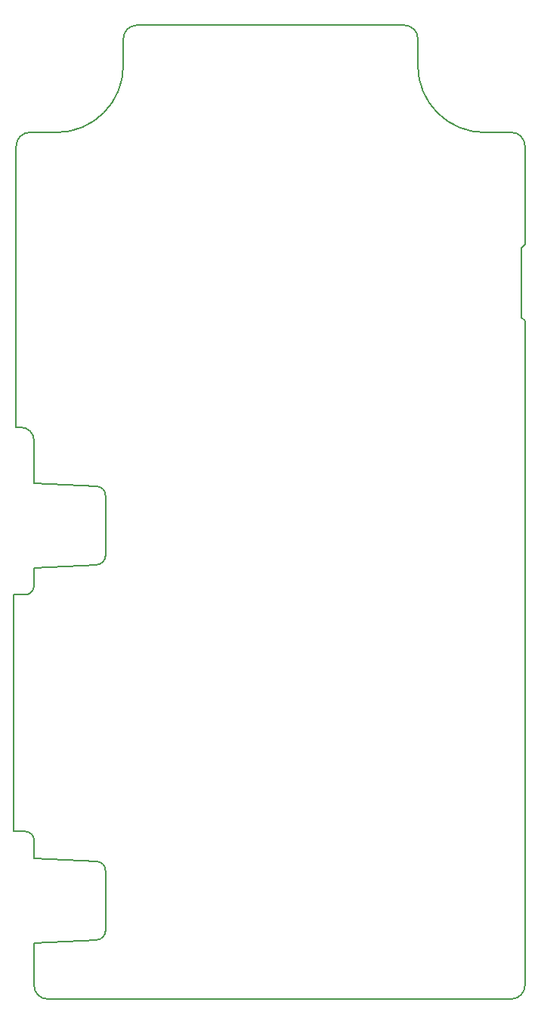
<source format=gbr>
%TF.GenerationSoftware,KiCad,Pcbnew,6.99.0-1.20221101gitf80c150.fc36*%
%TF.CreationDate,2022-11-27T20:20:33+00:00*%
%TF.ProjectId,bugg-main-r4,62756767-2d6d-4616-996e-2d72342e6b69,rev?*%
%TF.SameCoordinates,Original*%
%TF.FileFunction,Profile,NP*%
%FSLAX46Y46*%
G04 Gerber Fmt 4.6, Leading zero omitted, Abs format (unit mm)*
G04 Created by KiCad (PCBNEW 6.99.0-1.20221101gitf80c150.fc36) date 2022-11-27 20:20:33*
%MOMM*%
%LPD*%
G01*
G04 APERTURE LIST*
%TA.AperFunction,Profile*%
%ADD10C,0.160000*%
%TD*%
G04 APERTURE END LIST*
D10*
X-26500000Y14500000D02*
G75*
G03*
X-28000000Y16000000I-1500001J-1D01*
G01*
X-19448000Y9380000D02*
X-26500000Y9750000D01*
X-26500000Y-32250000D02*
X-26500000Y-30250000D01*
X-26500000Y-46500000D02*
X-26500000Y-41750000D01*
X-28800000Y-29250000D02*
X-28800000Y-2750000D01*
X28500000Y47500000D02*
X28500000Y36500000D01*
X-28800000Y-2750000D02*
X-27500000Y-2750000D01*
X28500000Y47500000D02*
G75*
G03*
X27000000Y49000000I-1500000J0D01*
G01*
X16500000Y56500000D02*
G75*
G03*
X24000000Y49000000I7500000J0D01*
G01*
X27000000Y-48000000D02*
G75*
G03*
X28500000Y-46500000I0J1500000D01*
G01*
X-15000000Y61000000D02*
G75*
G03*
X-16500000Y59500000I1J-1500001D01*
G01*
X15000000Y61000000D02*
X-15000000Y61000000D01*
X28500000Y36500000D02*
X28100000Y36100000D01*
X-28500000Y47500000D02*
X-28500000Y16000000D01*
X28500000Y27900000D02*
X28500000Y-46500000D01*
X-24000000Y49000000D02*
G75*
G03*
X-16500000Y56500000I0J7500000D01*
G01*
X24000000Y49000000D02*
X27000000Y49000000D01*
X-27500000Y-2750000D02*
G75*
G03*
X-26500000Y-1750000I1J999999D01*
G01*
X-18500000Y1618000D02*
X-18500000Y8382000D01*
X-18500000Y-40382000D02*
X-18500000Y-33618000D01*
X27000000Y-48000000D02*
X-25000000Y-48000000D01*
X-26500000Y-1750000D02*
X-26500000Y250000D01*
X-26500000Y250000D02*
X-19448000Y620000D01*
X28100000Y28300000D02*
X28500000Y27900000D01*
X-18500001Y8382000D02*
G75*
G03*
X-19448000Y9379999I-999835J-491D01*
G01*
X-26500000Y9750000D02*
X-26500000Y14500000D01*
X-19448000Y-41379999D02*
G75*
G03*
X-18500000Y-40382000I-51837J998492D01*
G01*
X-26500000Y-30250000D02*
G75*
G03*
X-27500000Y-29250000I-999999J1D01*
G01*
X-27000000Y49000000D02*
G75*
G03*
X-28500000Y47500000I1J-1500001D01*
G01*
X-18500001Y-33618000D02*
G75*
G03*
X-19448000Y-32620001I-999835J-491D01*
G01*
X-19448000Y-32620000D02*
X-26500000Y-32250000D01*
X-26500000Y-41750000D02*
X-19448000Y-41380000D01*
X16500000Y56500000D02*
X16500000Y59500000D01*
X-16500000Y56500000D02*
X-16500000Y59500000D01*
X-28000000Y16000000D02*
X-28500000Y16000000D01*
X-19448000Y620001D02*
G75*
G03*
X-18500000Y1618000I-51837J998492D01*
G01*
X-26500000Y-46500000D02*
G75*
G03*
X-25000000Y-48000000I1500001J1D01*
G01*
X-24000000Y49000000D02*
X-27000000Y49000000D01*
X16500000Y59500000D02*
G75*
G03*
X15000000Y61000000I-1500000J0D01*
G01*
X-27500000Y-29250000D02*
X-28800000Y-29250000D01*
X28100000Y36100000D02*
X28100000Y28300000D01*
M02*

</source>
